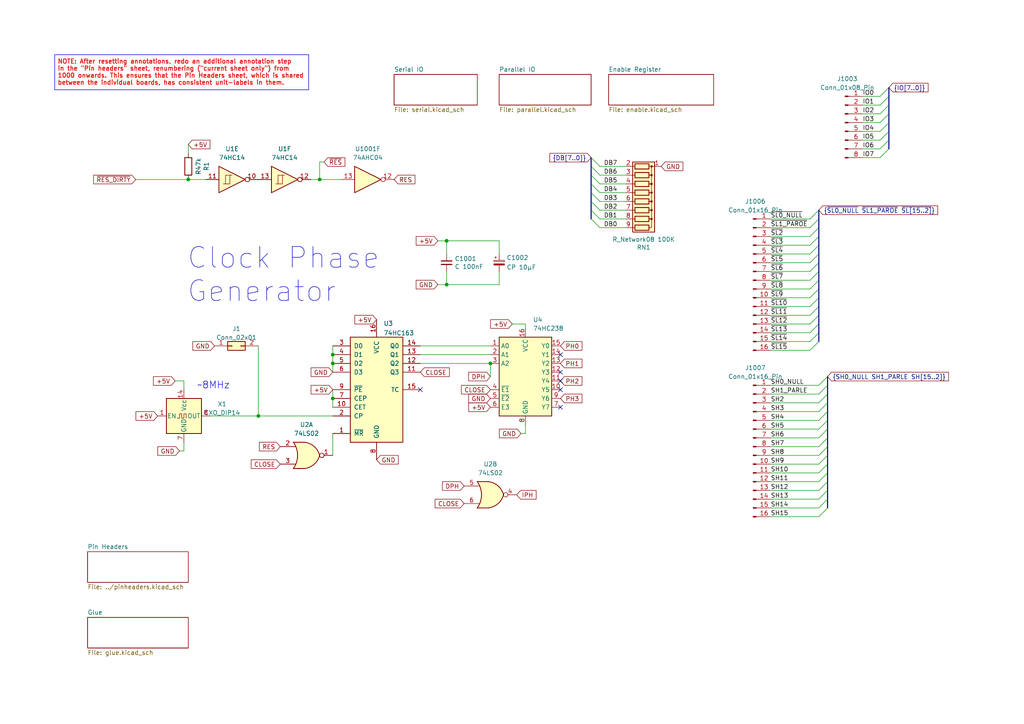
<source format=kicad_sch>
(kicad_sch (version 20231120) (generator "eeschema") (generator_version "8.0")
  (paper "A4")
  (title_block (title "Myth Microcontroller Project") (date "2024-09-21") (rev "1") (company "Picwok.com") (comment 1 "Project Contact: mim@ok-schalter.de (Michael)") (comment 2 "Author: Copyr. 2024 Michael Mangelsdorf/Dosflange@github") (comment 3 "Input-Output Module") (comment 4 "Main Sheet"))
  (lib_symbols
    (symbol "74xx:74AHC04"
      (property "Reference" "U" (at 0 1.27 0))
      (property "Value" "74AHC04" (at 0 -1.27 0))
      (symbol "74AHC04_1_0"
        (polyline (pts (xy -3.81 3.81) (xy -3.81 -3.81) (xy 3.81 0) (xy -3.81 3.81)) (stroke (width 0.254)) (fill (type background)))
        (pin input line (at -7.62 0 0) (length 3.81) (name "~") (number "1"))
        (pin output inverted (at 7.62 0 180) (length 3.81) (name "~") (number "2"))
      )
      (symbol "74AHC04_2_0"
        (polyline (pts (xy -3.81 3.81) (xy -3.81 -3.81) (xy 3.81 0) (xy -3.81 3.81)) (stroke (width 0.254)) (fill (type background)))
        (pin input line (at -7.62 0 0) (length 3.81) (name "~") (number "3"))
        (pin output inverted (at 7.62 0 180) (length 3.81) (name "~") (number "4"))
      )
      (symbol "74AHC04_3_0"
        (polyline (pts (xy -3.81 3.81) (xy -3.81 -3.81) (xy 3.81 0) (xy -3.81 3.81)) (stroke (width 0.254)) (fill (type background)))
        (pin input line (at -7.62 0 0) (length 3.81) (name "~") (number "5"))
        (pin output inverted (at 7.62 0 180) (length 3.81) (name "~") (number "6"))
      )
      (symbol "74AHC04_4_0"
        (polyline (pts (xy -3.81 3.81) (xy -3.81 -3.81) (xy 3.81 0) (xy -3.81 3.81)) (stroke (width 0.254)) (fill (type background)))
        (pin output inverted (at 7.62 0 180) (length 3.81) (name "~") (number "8"))
        (pin input line (at -7.62 0 0) (length 3.81) (name "~") (number "9"))
      )
      (symbol "74AHC04_5_0"
        (polyline (pts (xy -3.81 3.81) (xy -3.81 -3.81) (xy 3.81 0) (xy -3.81 3.81)) (stroke (width 0.254)) (fill (type background)))
        (pin output inverted (at 7.62 0 180) (length 3.81) (name "~") (number "10"))
        (pin input line (at -7.62 0 0) (length 3.81) (name "~") (number "11"))
      )
      (symbol "74AHC04_6_0"
        (polyline (pts (xy -3.81 3.81) (xy -3.81 -3.81) (xy 3.81 0) (xy -3.81 3.81)) (stroke (width 0.254)) (fill (type background)))
        (pin output inverted (at 7.62 0 180) (length 3.81) (name "~") (number "12"))
        (pin input line (at -7.62 0 0) (length 3.81) (name "~") (number "13"))
      )
      (symbol "74AHC04_7_0"
        (pin power_in line (at 0 12.7 270) (length 5.08) (name "VCC") (number "14"))
        (pin power_in line (at 0 -12.7 90) (length 5.08) (name "GND") (number "7"))
      )
      (symbol "74AHC04_7_1"
        (rectangle (start -5.08 7.62) (end 5.08 -7.62) (stroke (width 0.254)) (fill (type background)))
      )
    )
    (symbol "74xx:74HC14" (pin_names (offset 1.016))
      (property "Reference" "U" (at 0 1.27 0))
      (property "Value" "74HC14" (at 0 -1.27 0))
      (symbol "74HC14_1_0"
        (polyline (pts (xy -3.81 3.81) (xy -3.81 -3.81) (xy 3.81 0) (xy -3.81 3.81)) (stroke (width 0.254)) (fill (type background)))
        (pin input line (at -7.62 0 0) (length 3.81) (name "~") (number "1"))
        (pin output inverted (at 7.62 0 180) (length 3.81) (name "~") (number "2"))
      )
      (symbol "74HC14_1_1"
        (polyline (pts (xy -1.905 -1.27) (xy -1.905 1.27) (xy -0.635 1.27)))
        (polyline (pts (xy -2.54 -1.27) (xy -0.635 -1.27) (xy -0.635 1.27) (xy 0 1.27)))
      )
      (symbol "74HC14_2_0"
        (polyline (pts (xy -3.81 3.81) (xy -3.81 -3.81) (xy 3.81 0) (xy -3.81 3.81)) (stroke (width 0.254)) (fill (type background)))
        (pin input line (at -7.62 0 0) (length 3.81) (name "~") (number "3"))
        (pin output inverted (at 7.62 0 180) (length 3.81) (name "~") (number "4"))
      )
      (symbol "74HC14_2_1"
        (polyline (pts (xy -1.905 -1.27) (xy -1.905 1.27) (xy -0.635 1.27)))
        (polyline (pts (xy -2.54 -1.27) (xy -0.635 -1.27) (xy -0.635 1.27) (xy 0 1.27)))
      )
      (symbol "74HC14_3_0"
        (polyline (pts (xy -3.81 3.81) (xy -3.81 -3.81) (xy 3.81 0) (xy -3.81 3.81)) (stroke (width 0.254)) (fill (type background)))
        (pin input line (at -7.62 0 0) (length 3.81) (name "~") (number "5"))
        (pin output inverted (at 7.62 0 180) (length 3.81) (name "~") (number "6"))
      )
      (symbol "74HC14_3_1"
        (polyline (pts (xy -1.905 -1.27) (xy -1.905 1.27) (xy -0.635 1.27)))
        (polyline (pts (xy -2.54 -1.27) (xy -0.635 -1.27) (xy -0.635 1.27) (xy 0 1.27)))
      )
      (symbol "74HC14_4_0"
        (polyline (pts (xy -3.81 3.81) (xy -3.81 -3.81) (xy 3.81 0) (xy -3.81 3.81)) (stroke (width 0.254)) (fill (type background)))
        (pin output inverted (at 7.62 0 180) (length 3.81) (name "~") (number "8"))
        (pin input line (at -7.62 0 0) (length 3.81) (name "~") (number "9"))
      )
      (symbol "74HC14_4_1"
        (polyline (pts (xy -1.905 -1.27) (xy -1.905 1.27) (xy -0.635 1.27)))
        (polyline (pts (xy -2.54 -1.27) (xy -0.635 -1.27) (xy -0.635 1.27) (xy 0 1.27)))
      )
      (symbol "74HC14_5_0"
        (polyline (pts (xy -3.81 3.81) (xy -3.81 -3.81) (xy 3.81 0) (xy -3.81 3.81)) (stroke (width 0.254)) (fill (type background)))
        (pin output inverted (at 7.62 0 180) (length 3.81) (name "~") (number "10"))
        (pin input line (at -7.62 0 0) (length 3.81) (name "~") (number "11"))
      )
      (symbol "74HC14_5_1"
        (polyline (pts (xy -1.905 -1.27) (xy -1.905 1.27) (xy -0.635 1.27)))
        (polyline (pts (xy -2.54 -1.27) (xy -0.635 -1.27) (xy -0.635 1.27) (xy 0 1.27)))
      )
      (symbol "74HC14_6_0"
        (polyline (pts (xy -3.81 3.81) (xy -3.81 -3.81) (xy 3.81 0) (xy -3.81 3.81)) (stroke (width 0.254)) (fill (type background)))
        (pin output inverted (at 7.62 0 180) (length 3.81) (name "~") (number "12"))
        (pin input line (at -7.62 0 0) (length 3.81) (name "~") (number "13"))
      )
      (symbol "74HC14_6_1"
        (polyline (pts (xy -1.905 -1.27) (xy -1.905 1.27) (xy -0.635 1.27)))
        (polyline (pts (xy -2.54 -1.27) (xy -0.635 -1.27) (xy -0.635 1.27) (xy 0 1.27)))
      )
      (symbol "74HC14_7_0"
        (pin power_in line (at 0 12.7 270) (length 5.08) (name "VCC") (number "14"))
        (pin power_in line (at 0 -12.7 90) (length 5.08) (name "GND") (number "7"))
      )
      (symbol "74HC14_7_1"
        (rectangle (start -5.08 7.62) (end 5.08 -7.62) (stroke (width 0.254)) (fill (type background)))
      )
    )
    (symbol "74xx:74HC238"
      (property "Reference" "U" (at -7.62 13.97 0))
      (property "Value" "74HC238" (at 2.54 -11.43 0))
      (symbol "74HC238_0_1"
        (rectangle (start -7.62 12.7) (end 7.62 -10.16) (stroke (width 0.254)) (fill (type background)))
      )
      (symbol "74HC238_1_1"
        (pin input line (at -10.16 10.16 0) (length 2.54) (name "A0") (number "1"))
        (pin output line (at 10.16 -2.54 180) (length 2.54) (name "Y5") (number "10"))
        (pin output line (at 10.16 0 180) (length 2.54) (name "Y4") (number "11"))
        (pin output line (at 10.16 2.54 180) (length 2.54) (name "Y3") (number "12"))
        (pin output line (at 10.16 5.08 180) (length 2.54) (name "Y2") (number "13"))
        (pin output line (at 10.16 7.62 180) (length 2.54) (name "Y1") (number "14"))
        (pin output line (at 10.16 10.16 180) (length 2.54) (name "Y0") (number "15"))
        (pin power_in line (at 0 15.24 270) (length 2.54) (name "VCC") (number "16"))
        (pin input line (at -10.16 7.62 0) (length 2.54) (name "A1") (number "2"))
        (pin input line (at -10.16 5.08 0) (length 2.54) (name "A2") (number "3"))
        (pin input line (at -10.16 -2.54 0) (length 2.54) (name "~{E1}") (number "4"))
        (pin input line (at -10.16 -5.08 0) (length 2.54) (name "~{E2}") (number "5"))
        (pin input line (at -10.16 -7.62 0) (length 2.54) (name "E3") (number "6"))
        (pin output line (at 10.16 -7.62 180) (length 2.54) (name "Y7") (number "7"))
        (pin power_in line (at 0 -12.7 90) (length 2.54) (name "GND") (number "8"))
        (pin output line (at 10.16 -5.08 180) (length 2.54) (name "Y6") (number "9"))
      )
    )
    (symbol "74xx:74LS02" (pin_names (offset 1.016))
      (property "Reference" "U" (at 0 1.27 0))
      (property "Value" "74LS02" (at 0 -1.27 0))
      (symbol "74LS02_1_1"
        (arc (start -3.81 -3.81) (mid -2.589 0) (end -3.81 3.81) (stroke (width 0.254)))
        (arc (start -0.6096 -3.81) (mid 2.1855 -2.584) (end 3.81 0) (stroke (width 0.254)) (fill (type background)))
        (polyline (pts (xy -3.81 -3.81) (xy -0.635 -3.81)) (stroke (width 0.254)) (fill (type background)))
        (polyline (pts (xy -3.81 3.81) (xy -0.635 3.81)) (stroke (width 0.254)) (fill (type background)))
        (polyline (pts (xy -0.635 3.81) (xy -3.81 3.81) (xy -3.81 3.81) (xy -3.556 3.4036) (xy -3.0226 2.2606) (xy -2.6924 1.0414) (xy -2.6162 -0.254) (xy -2.7686 -1.4986) (xy -3.175 -2.7178) (xy -3.81 -3.81) (xy -3.81 -3.81) (xy -0.635 -3.81)) (stroke (width -25.4)) (fill (type background)))
        (arc (start 3.81 0) (mid 2.1928 2.5925) (end -0.6096 3.81) (stroke (width 0.254)) (fill (type background)))
        (pin output inverted (at 7.62 0 180) (length 3.81) (name "~") (number "1"))
        (pin input line (at -7.62 2.54 0) (length 4.318) (name "~") (number "2"))
        (pin input line (at -7.62 -2.54 0) (length 4.318) (name "~") (number "3"))
      )
      (symbol "74LS02_1_2"
        (arc (start 0 -3.81) (mid 3.7934 0) (end 0 3.81) (stroke (width 0.254)) (fill (type background)))
        (polyline (pts (xy 0 3.81) (xy -3.81 3.81) (xy -3.81 -3.81) (xy 0 -3.81)) (stroke (width 0.254)) (fill (type background)))
        (pin output line (at 7.62 0 180) (length 3.81) (name "~") (number "1"))
        (pin input inverted (at -7.62 2.54 0) (length 3.81) (name "~") (number "2"))
        (pin input inverted (at -7.62 -2.54 0) (length 3.81) (name "~") (number "3"))
      )
      (symbol "74LS02_2_1"
        (arc (start -3.81 -3.81) (mid -2.589 0) (end -3.81 3.81) (stroke (width 0.254)))
        (arc (start -0.6096 -3.81) (mid 2.1855 -2.584) (end 3.81 0) (stroke (width 0.254)) (fill (type background)))
        (polyline (pts (xy -3.81 -3.81) (xy -0.635 -3.81)) (stroke (width 0.254)) (fill (type background)))
        (polyline (pts (xy -3.81 3.81) (xy -0.635 3.81)) (stroke (width 0.254)) (fill (type background)))
        (polyline (pts (xy -0.635 3.81) (xy -3.81 3.81) (xy -3.81 3.81) (xy -3.556 3.4036) (xy -3.0226 2.2606) (xy -2.6924 1.0414) (xy -2.6162 -0.254) (xy -2.7686 -1.4986) (xy -3.175 -2.7178) (xy -3.81 -3.81) (xy -3.81 -3.81) (xy -0.635 -3.81)) (stroke (width -25.4)) (fill (type background)))
        (arc (start 3.81 0) (mid 2.1928 2.5925) (end -0.6096 3.81) (stroke (width 0.254)) (fill (type background)))
        (pin output inverted (at 7.62 0 180) (length 3.81) (name "~") (number "4"))
        (pin input line (at -7.62 2.54 0) (length 4.318) (name "~") (number "5"))
        (pin input line (at -7.62 -2.54 0) (length 4.318) (name "~") (number "6"))
      )
      (symbol "74LS02_2_2"
        (arc (start 0 -3.81) (mid 3.7934 0) (end 0 3.81) (stroke (width 0.254)) (fill (type background)))
        (polyline (pts (xy 0 3.81) (xy -3.81 3.81) (xy -3.81 -3.81) (xy 0 -3.81)) (stroke (width 0.254)) (fill (type background)))
        (pin output line (at 7.62 0 180) (length 3.81) (name "~") (number "4"))
        (pin input inverted (at -7.62 2.54 0) (length 3.81) (name "~") (number "5"))
        (pin input inverted (at -7.62 -2.54 0) (length 3.81) (name "~") (number "6"))
      )
      (symbol "74LS02_3_1"
        (arc (start -3.81 -3.81) (mid -2.589 0) (end -3.81 3.81) (stroke (width 0.254)))
        (arc (start -0.6096 -3.81) (mid 2.1855 -2.584) (end 3.81 0) (stroke (width 0.254)) (fill (type background)))
        (polyline (pts (xy -3.81 -3.81) (xy -0.635 -3.81)) (stroke (width 0.254)) (fill (type background)))
        (polyline (pts (xy -3.81 3.81) (xy -0.635 3.81)) (stroke (width 0.254)) (fill (type background)))
        (polyline (pts (xy -0.635 3.81) (xy -3.81 3.81) (xy -3.81 3.81) (xy -3.556 3.4036) (xy -3.0226 2.2606) (xy -2.6924 1.0414) (xy -2.6162 -0.254) (xy -2.7686 -1.4986) (xy -3.175 -2.7178) (xy -3.81 -3.81) (xy -3.81 -3.81) (xy -0.635 -3.81)) (stroke (width -25.4)) (fill (type background)))
        (arc (start 3.81 0) (mid 2.1928 2.5925) (end -0.6096 3.81) (stroke (width 0.254)) (fill (type background)))
        (pin output inverted (at 7.62 0 180) (length 3.81) (name "~") (number "10"))
        (pin input line (at -7.62 2.54 0) (length 4.318) (name "~") (number "8"))
        (pin input line (at -7.62 -2.54 0) (length 4.318) (name "~") (number "9"))
      )
      (symbol "74LS02_3_2"
        (arc (start 0 -3.81) (mid 3.7934 0) (end 0 3.81) (stroke (width 0.254)) (fill (type background)))
        (polyline (pts (xy 0 3.81) (xy -3.81 3.81) (xy -3.81 -3.81) (xy 0 -3.81)) (stroke (width 0.254)) (fill (type background)))
        (pin output line (at 7.62 0 180) (length 3.81) (name "~") (number "10"))
        (pin input inverted (at -7.62 2.54 0) (length 3.81) (name "~") (number "8"))
        (pin input inverted (at -7.62 -2.54 0) (length 3.81) (name "~") (number "9"))
      )
      (symbol "74LS02_4_1"
        (arc (start -3.81 -3.81) (mid -2.589 0) (end -3.81 3.81) (stroke (width 0.254)))
        (arc (start -0.6096 -3.81) (mid 2.1855 -2.584) (end 3.81 0) (stroke (width 0.254)) (fill (type background)))
        (polyline (pts (xy -3.81 -3.81) (xy -0.635 -3.81)) (stroke (width 0.254)) (fill (type background)))
        (polyline (pts (xy -3.81 3.81) (xy -0.635 3.81)) (stroke (width 0.254)) (fill (type background)))
        (polyline (pts (xy -0.635 3.81) (xy -3.81 3.81) (xy -3.81 3.81) (xy -3.556 3.4036) (xy -3.0226 2.2606) (xy -2.6924 1.0414) (xy -2.6162 -0.254) (xy -2.7686 -1.4986) (xy -3.175 -2.7178) (xy -3.81 -3.81) (xy -3.81 -3.81) (xy -0.635 -3.81)) (stroke (width -25.4)) (fill (type background)))
        (arc (start 3.81 0) (mid 2.1928 2.5925) (end -0.6096 3.81) (stroke (width 0.254)) (fill (type background)))
        (pin input line (at -7.62 2.54 0) (length 4.318) (name "~") (number "11"))
        (pin input line (at -7.62 -2.54 0) (length 4.318) (name "~") (number "12"))
        (pin output inverted (at 7.62 0 180) (length 3.81) (name "~") (number "13"))
      )
      (symbol "74LS02_4_2"
        (arc (start 0 -3.81) (mid 3.7934 0) (end 0 3.81) (stroke (width 0.254)) (fill (type background)))
        (polyline (pts (xy 0 3.81) (xy -3.81 3.81) (xy -3.81 -3.81) (xy 0 -3.81)) (stroke (width 0.254)) (fill (type background)))
        (pin input inverted (at -7.62 2.54 0) (length 3.81) (name "~") (number "11"))
        (pin input inverted (at -7.62 -2.54 0) (length 3.81) (name "~") (number "12"))
        (pin output line (at 7.62 0 180) (length 3.81) (name "~") (number "13"))
      )
      (symbol "74LS02_5_0"
        (pin power_in line (at 0 12.7 270) (length 5.08) (name "VCC") (number "14"))
        (pin power_in line (at 0 -12.7 90) (length 5.08) (name "GND") (number "7"))
      )
      (symbol "74LS02_5_1"
        (rectangle (start -5.08 7.62) (end 5.08 -7.62) (stroke (width 0.254)) (fill (type background)))
      )
    )
    (symbol "74xx:74LS163" (pin_names (offset 1.016))
      (property "Reference" "U" (at -7.62 16.51 0))
      (property "Value" "74LS163" (at -7.62 -16.51 0))
      (symbol "74LS163_1_0"
        (pin input line (at -12.7 -12.7 0) (length 5.08) (name "~{MR}") (number "1"))
        (pin input line (at -12.7 -5.08 0) (length 5.08) (name "CET") (number "10"))
        (pin output line (at 12.7 5.08 180) (length 5.08) (name "Q3") (number "11"))
        (pin output line (at 12.7 7.62 180) (length 5.08) (name "Q2") (number "12"))
        (pin output line (at 12.7 10.16 180) (length 5.08) (name "Q1") (number "13"))
        (pin output line (at 12.7 12.7 180) (length 5.08) (name "Q0") (number "14"))
        (pin output line (at 12.7 0 180) (length 5.08) (name "TC") (number "15"))
        (pin power_in line (at 0 20.32 270) (length 5.08) (name "VCC") (number "16"))
        (pin input line (at -12.7 -7.62 0) (length 5.08) (name "CP") (number "2"))
        (pin input line (at -12.7 12.7 0) (length 5.08) (name "D0") (number "3"))
        (pin input line (at -12.7 10.16 0) (length 5.08) (name "D1") (number "4"))
        (pin input line (at -12.7 7.62 0) (length 5.08) (name "D2") (number "5"))
        (pin input line (at -12.7 5.08 0) (length 5.08) (name "D3") (number "6"))
        (pin input line (at -12.7 -2.54 0) (length 5.08) (name "CEP") (number "7"))
        (pin power_in line (at 0 -20.32 90) (length 5.08) (name "GND") (number "8"))
        (pin input line (at -12.7 0 0) (length 5.08) (name "~{PE}") (number "9"))
      )
      (symbol "74LS163_1_1"
        (rectangle (start -7.62 15.24) (end 7.62 -15.24) (stroke (width 0.254)) (fill (type background)))
      )
    )
    (symbol "Connector:Conn_01x08_Pin" (pin_names (offset 1.016) hide)
      (property "Reference" "J" (at 0 10.16 0))
      (property "Value" "Conn_01x08_Pin" (at 0 -12.7 0))
      (symbol "Conn_01x08_Pin_1_1"
        (polyline (pts (xy 1.27 -10.16) (xy 0.8636 -10.16)) (stroke (width 0.1524)))
        (polyline (pts (xy 1.27 -7.62) (xy 0.8636 -7.62)) (stroke (width 0.1524)))
        (polyline (pts (xy 1.27 -5.08) (xy 0.8636 -5.08)) (stroke (width 0.1524)))
        (polyline (pts (xy 1.27 -2.54) (xy 0.8636 -2.54)) (stroke (width 0.1524)))
        (polyline (pts (xy 1.27 0) (xy 0.8636 0)) (stroke (width 0.1524)))
        (polyline (pts (xy 1.27 2.54) (xy 0.8636 2.54)) (stroke (width 0.1524)))
        (polyline (pts (xy 1.27 5.08) (xy 0.8636 5.08)) (stroke (width 0.1524)))
        (polyline (pts (xy 1.27 7.62) (xy 0.8636 7.62)) (stroke (width 0.1524)))
        (rectangle (start 0.8636 -10.033) (end 0 -10.287) (stroke (width 0.1524)) (fill (type outline)))
        (rectangle (start 0.8636 -7.493) (end 0 -7.747) (stroke (width 0.1524)) (fill (type outline)))
        (rectangle (start 0.8636 -4.953) (end 0 -5.207) (stroke (width 0.1524)) (fill (type outline)))
        (rectangle (start 0.8636 -2.413) (end 0 -2.667) (stroke (width 0.1524)) (fill (type outline)))
        (rectangle (start 0.8636 0.127) (end 0 -0.127) (stroke (width 0.1524)) (fill (type outline)))
        (rectangle (start 0.8636 2.667) (end 0 2.413) (stroke (width 0.1524)) (fill (type outline)))
        (rectangle (start 0.8636 5.207) (end 0 4.953) (stroke (width 0.1524)) (fill (type outline)))
        (rectangle (start 0.8636 7.747) (end 0 7.493) (stroke (width 0.1524)) (fill (type outline)))
        (pin passive line (at 5.08 7.62 180) (length 3.81) (name "Pin_1") (number "1"))
        (pin passive line (at 5.08 5.08 180) (length 3.81) (name "Pin_2") (number "2"))
        (pin passive line (at 5.08 2.54 180) (length 3.81) (name "Pin_3") (number "3"))
        (pin passive line (at 5.08 0 180) (length 3.81) (name "Pin_4") (number "4"))
        (pin passive line (at 5.08 -2.54 180) (length 3.81) (name "Pin_5") (number "5"))
        (pin passive line (at 5.08 -5.08 180) (length 3.81) (name "Pin_6") (number "6"))
        (pin passive line (at 5.08 -7.62 180) (length 3.81) (name "Pin_7") (number "7"))
        (pin passive line (at 5.08 -10.16 180) (length 3.81) (name "Pin_8") (number "8"))
      )
    )
    (symbol "Connector:Conn_01x16_Pin" (pin_names (offset 1.016) hide)
      (property "Reference" "J" (at 0 20.32 0))
      (property "Value" "Conn_01x16_Pin" (at 0 -22.86 0))
      (symbol "Conn_01x16_Pin_1_1"
        (polyline (pts (xy 1.27 -20.32) (xy 0.8636 -20.32)) (stroke (width 0.1524)))
        (polyline (pts (xy 1.27 -17.78) (xy 0.8636 -17.78)) (stroke (width 0.1524)))
        (polyline (pts (xy 1.27 -15.24) (xy 0.8636 -15.24)) (stroke (width 0.1524)))
        (polyline (pts (xy 1.27 -12.7) (xy 0.8636 -12.7)) (stroke (width 0.1524)))
        (polyline (pts (xy 1.27 -10.16) (xy 0.8636 -10.16)) (stroke (width 0.1524)))
        (polyline (pts (xy 1.27 -7.62) (xy 0.8636 -7.62)) (stroke (width 0.1524)))
        (polyline (pts (xy 1.27 -5.08) (xy 0.8636 -5.08)) (stroke (width 0.1524)))
        (polyline (pts (xy 1.27 -2.54) (xy 0.8636 -2.54)) (stroke (width 0.1524)))
        (polyline (pts (xy 1.27 0) (xy 0.8636 0)) (stroke (width 0.1524)))
        (polyline (pts (xy 1.27 2.54) (xy 0.8636 2.54)) (stroke (width 0.1524)))
        (polyline (pts (xy 1.27 5.08) (xy 0.8636 5.08)) (stroke (width 0.1524)))
        (polyline (pts (xy 1.27 7.62) (xy 0.8636 7.62)) (stroke (width 0.1524)))
        (polyline (pts (xy 1.27 10.16) (xy 0.8636 10.16)) (stroke (width 0.1524)))
        (polyline (pts (xy 1.27 12.7) (xy 0.8636 12.7)) (stroke (width 0.1524)))
        (polyline (pts (xy 1.27 15.24) (xy 0.8636 15.24)) (stroke (width 0.1524)))
        (polyline (pts (xy 1.27 17.78) (xy 0.8636 17.78)) (stroke (width 0.1524)))
        (rectangle (start 0.8636 -20.193) (end 0 -20.447) (stroke (width 0.1524)) (fill (type outline)))
        (rectangle (start 0.8636 -17.653) (end 0 -17.907) (stroke (width 0.1524)) (fill (type outline)))
        (rectangle (start 0.8636 -15.113) (end 0 -15.367) (stroke (width 0.1524)) (fill (type outline)))
        (rectangle (start 0.8636 -12.573) (end 0 -12.827) (stroke (width 0.1524)) (fill (type outline)))
        (rectangle (start 0.8636 -10.033) (end 0 -10.287) (stroke (width 0.1524)) (fill (type outline)))
        (rectangle (start 0.8636 -7.493) (end 0 -7.747) (stroke (width 0.1524)) (fill (type outline)))
        (rectangle (start 0.8636 -4.953) (end 0 -5.207) (stroke (width 0.1524)) (fill (type outline)))
        (rectangle (start 0.8636 -2.413) (end 0 -2.667) (stroke (width 0.1524)) (fill (type outline)))
        (rectangle (start 0.8636 0.127) (end 0 -0.127) (stroke (width 0.1524)) (fill (type outline)))
        (rectangle (start 0.8636 2.667) (end 0 2.413) (stroke (width 0.1524)) (fill (type outline)))
        (rectangle (start 0.8636 5.207) (end 0 4.953) (stroke (width 0.1524)) (fill (type outline)))
        (rectangle (start 0.8636 7.747) (end 0 7.493) (stroke (width 0.1524)) (fill (type outline)))
        (rectangle (start 0.8636 10.287) (end 0 10.033) (stroke (width 0.1524)) (fill (type outline)))
        (rectangle (start 0.8636 12.827) (end 0 12.573) (stroke (width 0.1524)) (fill (type outline)))
        (rectangle (start 0.8636 15.367) (end 0 15.113) (stroke (width 0.1524)) (fill (type outline)))
        (rectangle (start 0.8636 17.907) (end 0 17.653) (stroke (width 0.1524)) (fill (type outline)))
        (pin passive line (at 5.08 17.78 180) (length 3.81) (name "Pin_1") (number "1"))
        (pin passive line (at 5.08 -5.08 180) (length 3.81) (name "Pin_10") (number "10"))
        (pin passive line (at 5.08 -7.62 180) (length 3.81) (name "Pin_11") (number "11"))
        (pin passive line (at 5.08 -10.16 180) (length 3.81) (name "Pin_12") (number "12"))
        (pin passive line (at 5.08 -12.7 180) (length 3.81) (name "Pin_13") (number "13"))
        (pin passive line (at 5.08 -15.24 180) (length 3.81) (name "Pin_14") (number "14"))
        (pin passive line (at 5.08 -17.78 180) (length 3.81) (name "Pin_15") (number "15"))
        (pin passive line (at 5.08 -20.32 180) (length 3.81) (name "Pin_16") (number "16"))
        (pin passive line (at 5.08 15.24 180) (length 3.81) (name "Pin_2") (number "2"))
        (pin passive line (at 5.08 12.7 180) (length 3.81) (name "Pin_3") (number "3"))
        (pin passive line (at 5.08 10.16 180) (length 3.81) (name "Pin_4") (number "4"))
        (pin passive line (at 5.08 7.62 180) (length 3.81) (name "Pin_5") (number "5"))
        (pin passive line (at 5.08 5.08 180) (length 3.81) (name "Pin_6") (number "6"))
        (pin passive line (at 5.08 2.54 180) (length 3.81) (name "Pin_7") (number "7"))
        (pin passive line (at 5.08 0 180) (length 3.81) (name "Pin_8") (number "8"))
        (pin passive line (at 5.08 -2.54 180) (length 3.81) (name "Pin_9") (number "9"))
      )
    )
    (symbol "Connector_Generic:Conn_02x01" (pin_names (offset 1.016) hide)
      (property "Reference" "J" (at 1.27 2.54 0))
      (property "Value" "Conn_02x01" (at 1.27 -2.54 0))
      (symbol "Conn_02x01_1_1"
        (rectangle (start -1.27 0.127) (end 0 -0.127) (stroke (width 0.1524)))
        (rectangle (start -1.27 1.27) (end 3.81 -1.27) (stroke (width 0.254)) (fill (type background)))
        (rectangle (start 3.81 0.127) (end 2.54 -0.127) (stroke (width 0.1524)))
        (pin passive line (at -5.08 0 0) (length 3.81) (name "Pin_1") (number "1"))
        (pin passive line (at 7.62 0 180) (length 3.81) (name "Pin_2") (number "2"))
      )
    )
    (symbol "Device:C_Polarized_Small" (pin_numbers hide) (pin_names (offset 0.254) hide)
      (property "Reference" "C" (at 0.254 1.778 0))
      (property "Value" "C_Polarized_Small" (at 0.254 -2.032 0))
      (symbol "C_Polarized_Small_0_1"
        (rectangle (start -1.524 -0.3048) (end 1.524 -0.6858) (fill (type outline)))
        (rectangle (start -1.524 0.6858) (end 1.524 0.3048))
        (polyline (pts (xy -1.27 1.524) (xy -0.762 1.524)))
        (polyline (pts (xy -1.016 1.27) (xy -1.016 1.778)))
      )
      (symbol "C_Polarized_Small_1_1"
        (pin passive line (at 0 2.54 270) (length 1.8542) (name "~") (number "1"))
        (pin passive line (at 0 -2.54 90) (length 1.8542) (name "~") (number "2"))
      )
    )
    (symbol "Device:C_Small" (pin_numbers hide) (pin_names (offset 0.254) hide)
      (property "Reference" "C" (at 0.254 1.778 0))
      (property "Value" "C_Small" (at 0.254 -2.032 0))
      (symbol "C_Small_0_1"
        (polyline (pts (xy -1.524 -0.508) (xy 1.524 -0.508)) (stroke (width 0.3302)))
        (polyline (pts (xy -1.524 0.508) (xy 1.524 0.508)) (stroke (width 0.3048)))
      )
      (symbol "C_Small_1_1"
        (pin passive line (at 0 2.54 270) (length 2.032) (name "~") (number "1"))
        (pin passive line (at 0 -2.54 90) (length 2.032) (name "~") (number "2"))
      )
    )
    (symbol "Device:R" (pin_numbers hide) (pin_names (offset 0))
      (property "Reference" "R" (at 2.032 0 90))
      (property "Value" "R" (at 0 0 90))
      (symbol "R_0_1"
        (rectangle (start -1.016 -2.54) (end 1.016 2.54) (stroke (width 0.254)))
      )
      (symbol "R_1_1"
        (pin passive line (at 0 3.81 270) (length 1.27) (name "~") (number "1"))
        (pin passive line (at 0 -3.81 90) (length 1.27) (name "~") (number "2"))
      )
    )
    (symbol "Device:R_Network08" (pin_names (offset 0) hide)
      (property "Reference" "RN" (at -12.7 0 90))
      (property "Value" "R_Network08" (at 10.16 0 90))
      (symbol "R_Network08_0_1"
        (rectangle (start -11.43 -3.175) (end 8.89 3.175) (stroke (width 0.254)) (fill (type background)))
        (rectangle (start -10.922 1.524) (end -9.398 -2.54) (stroke (width 0.254)))
        (circle (center -10.16 2.286) (radius 0.254) (fill (type outline)))
        (rectangle (start -8.382 1.524) (end -6.858 -2.54) (stroke (width 0.254)))
        (circle (center -7.62 2.286) (radius 0.254) (fill (type outline)))
        (rectangle (start -5.842 1.524) (end -4.318 -2.54) (stroke (width 0.254)))
        (circle (center -5.08 2.286) (radius 0.254) (fill (type outline)))
        (rectangle (start -3.302 1.524) (end -1.778 -2.54) (stroke (width 0.254)))
        (circle (center -2.54 2.286) (radius 0.254) (fill (type outline)))
        (rectangle (start -0.762 1.524) (end 0.762 -2.54) (stroke (width 0.254)))
        (polyline (pts (xy -10.16 -2.54) (xy -10.16 -3.81)))
        (polyline (pts (xy -7.62 -2.54) (xy -7.62 -3.81)))
        (polyline (pts (xy -5.08 -2.54) (xy -5.08 -3.81)))
        (polyline (pts (xy -2.54 -2.54) (xy -2.54 -3.81)))
        (polyline (pts (xy 0 -2.54) (xy 0 -3.81)))
        (polyline (pts (xy 2.54 -2.54) (xy 2.54 -3.81)))
        (polyline (pts (xy 5.08 -2.54) (xy 5.08 -3.81)))
        (polyline (pts (xy 7.62 -2.54) (xy 7.62 -3.81)))
        (polyline (pts (xy -10.16 1.524) (xy -10.16 2.286) (xy -7.62 2.286) (xy -7.62 1.524)))
        (polyline (pts (xy -7.62 1.524) (xy -7.62 2.286) (xy -5.08 2.286) (xy -5.08 1.524)))
        (polyline (pts (xy -5.08 1.524) (xy -5.08 2.286) (xy -2.54 2.286) (xy -2.54 1.524)))
        (polyline (pts (xy -2.54 1.524) (xy -2.54 2.286) (xy 0 2.286) (xy 0 1.524)))
        (polyline (pts (xy 0 1.524) (xy 0 2.286) (xy 2.54 2.286) (xy 2.54 1.524)))
        (polyline (pts (xy 2.54 1.524) (xy 2.54 2.286) (xy 5.08 2.286) (xy 5.08 1.524)))
        (polyline (pts (xy 5.08 1.524) (xy 5.08 2.286) (xy 7.62 2.286) (xy 7.62 1.524)))
        (circle (center 0 2.286) (radius 0.254) (fill (type outline)))
        (rectangle (start 1.778 1.524) (end 3.302 -2.54) (stroke (width 0.254)))
        (circle (center 2.54 2.286) (radius 0.254) (fill (type outline)))
        (rectangle (start 4.318 1.524) (end 5.842 -2.54) (stroke (width 0.254)))
        (circle (center 5.08 2.286) (radius 0.254) (fill (type outline)))
        (rectangle (start 6.858 1.524) (end 8.382 -2.54) (stroke (width 0.254)))
      )
      (symbol "R_Network08_1_1"
        (pin passive line (at -10.16 5.08 270) (length 2.54) (name "common") (number "1"))
        (pin passive line (at -10.16 -5.08 90) (length 1.27) (name "R1") (number "2"))
        (pin passive line (at -7.62 -5.08 90) (length 1.27) (name "R2") (number "3"))
        (pin passive line (at -5.08 -5.08 90) (length 1.27) (name "R3") (number "4"))
        (pin passive line (at -2.54 -5.08 90) (length 1.27) (name "R4") (number "5"))
        (pin passive line (at 0 -5.08 90) (length 1.27) (name "R5") (number "6"))
        (pin passive line (at 2.54 -5.08 90) (length 1.27) (name "R6") (number "7"))
        (pin passive line (at 5.08 -5.08 90) (length 1.27) (name "R7") (number "8"))
        (pin passive line (at 7.62 -5.08 90) (length 1.27) (name "R8") (number "9"))
      )
    )
    (symbol "Oscillator:CXO_DIP14" (pin_names (offset 0.254))
      (property "Reference" "X" (at -5.08 6.35 0))
      (property "Value" "CXO_DIP14" (at 1.27 -6.35 0))
      (symbol "CXO_DIP14_0_1"
        (rectangle (start -5.08 5.08) (end 5.08 -5.08) (stroke (width 0.254)) (fill (type background)))
        (polyline (pts (xy -1.905 -0.635) (xy -1.27 -0.635) (xy -1.27 0.635) (xy -0.635 0.635) (xy -0.635 -0.635) (xy 0 -0.635) (xy 0 0.635) (xy 0.635 0.635) (xy 0.635 -0.635)))
      )
      (symbol "CXO_DIP14_1_1"
        (pin input line (at -7.62 0 0) (length 2.54) (name "EN") (number "1"))
        (pin power_in line (at 0 7.62 270) (length 2.54) (name "Vcc") (number "14"))
        (pin power_in line (at 0 -7.62 90) (length 2.54) (name "GND") (number "7"))
        (pin output line (at 7.62 0 180) (length 2.54) (name "OUT") (number "8"))
      )
    )
  )
  (junction (at 96.52 102.87))
  (junction (at 74.93 120.65))
  (junction (at 96.52 105.41))
  (junction (at 96.52 115.57))
  (junction (at 142.24 105.41))
  (junction (at 92.71 52.07))
  (junction (at 129.54 69.85))
  (junction (at 129.54 82.55))
  (junction (at 54.61 52.07))
  (no_connect (at 121.92 113.03))
  (no_connect (at 162.56 107.95))
  (no_connect (at 162.56 102.87))
  (no_connect (at 162.56 118.11))
  (no_connect (at 162.56 110.49))
  (no_connect (at 162.56 113.03))
  (bus_entry (at 237.49 121.92) (size 2.54 -2.54))
  (bus_entry (at 255.27 45.72) (size 2.54 -2.54))
  (bus_entry (at 237.49 116.84) (size 2.54 -2.54))
  (bus_entry (at 234.95 86.36) (size 2.54 -2.54))
  (bus_entry (at 255.27 33.02) (size 2.54 -2.54))
  (bus_entry (at 234.95 96.52) (size 2.54 -2.54))
  (bus_entry (at 237.49 132.08) (size 2.54 -2.54))
  (bus_entry (at 237.49 134.62) (size 2.54 -2.54))
  (bus_entry (at 173.99 58.42) (size -2.54 -2.54))
  (bus_entry (at 234.95 78.74) (size 2.54 -2.54))
  (bus_entry (at 234.95 99.06) (size 2.54 -2.54))
  (bus_entry (at 234.95 88.9) (size 2.54 -2.54))
  (bus_entry (at 237.49 137.16) (size 2.54 -2.54))
  (bus_entry (at 237.49 111.76) (size 2.54 -2.54))
  (bus_entry (at 234.95 91.44) (size 2.54 -2.54))
  (bus_entry (at 173.99 60.96) (size -2.54 -2.54))
  (bus_entry (at 237.49 127) (size 2.54 -2.54))
  (bus_entry (at 234.95 63.5) (size 2.54 -2.54))
  (bus_entry (at 237.49 119.38) (size 2.54 -2.54))
  (bus_entry (at 255.27 40.64) (size 2.54 -2.54))
  (bus_entry (at 255.27 43.18) (size 2.54 -2.54))
  (bus_entry (at 237.49 144.78) (size 2.54 -2.54))
  (bus_entry (at 237.49 114.3) (size 2.54 -2.54))
  (bus_entry (at 173.99 63.5) (size -2.54 -2.54))
  (bus_entry (at 234.95 73.66) (size 2.54 -2.54))
  (bus_entry (at 237.49 147.32) (size 2.54 -2.54))
  (bus_entry (at 237.49 142.24) (size 2.54 -2.54))
  (bus_entry (at 173.99 55.88) (size -2.54 -2.54))
  (bus_entry (at 234.95 93.98) (size 2.54 -2.54))
  (bus_entry (at 237.49 139.7) (size 2.54 -2.54))
  (bus_entry (at 173.99 53.34) (size -2.54 -2.54))
  (bus_entry (at 255.27 30.48) (size 2.54 -2.54))
  (bus_entry (at 173.99 66.04) (size -2.54 -2.54))
  (bus_entry (at 234.95 71.12) (size 2.54 -2.54))
  (bus_entry (at 237.49 149.86) (size 2.54 -2.54))
  (bus_entry (at 234.95 101.6) (size 2.54 -2.54))
  (bus_entry (at 237.49 124.46) (size 2.54 -2.54))
  (bus_entry (at 255.27 27.94) (size 2.54 -2.54))
  (bus_entry (at 173.99 48.26) (size -2.54 -2.54))
  (bus_entry (at 255.27 38.1) (size 2.54 -2.54))
  (bus_entry (at 234.95 66.04) (size 2.54 -2.54))
  (bus_entry (at 234.95 83.82) (size 2.54 -2.54))
  (bus_entry (at 234.95 81.28) (size 2.54 -2.54))
  (bus_entry (at 173.99 50.8) (size -2.54 -2.54))
  (bus_entry (at 237.49 129.54) (size 2.54 -2.54))
  (bus_entry (at 234.95 76.2) (size 2.54 -2.54))
  (bus_entry (at 234.95 68.58) (size 2.54 -2.54))
  (bus_entry (at 255.27 35.56) (size 2.54 -2.54))
  (bus (pts (xy 240.03 124.46) (xy 240.03 127)))
  (bus (pts (xy 240.03 142.24) (xy 240.03 144.78)))
  (bus (pts (xy 240.03 121.92) (xy 240.03 124.46)))
  (wire (pts (xy 223.52 86.36) (xy 234.95 86.36)))
  (wire (pts (xy 96.52 105.41) (xy 96.52 107.95)))
  (wire (pts (xy 223.52 139.7) (xy 237.49 139.7)))
  (wire (pts (xy 127 82.55) (xy 129.54 82.55)))
  (wire (pts (xy 223.52 114.3) (xy 237.49 114.3)))
  (bus (pts (xy 240.03 119.38) (xy 240.03 121.92)))
  (wire (pts (xy 223.52 137.16) (xy 237.49 137.16)))
  (polyline (pts (xy 82.55 15.875) (xy 88.9 15.875)))
  (polyline (pts (xy 15.875 15.875) (xy 15.875 26.035)))
  (wire (pts (xy 74.93 120.65) (xy 96.52 120.65)))
  (wire (pts (xy 223.52 134.62) (xy 237.49 134.62)))
  (wire (pts (xy 129.54 82.55) (xy 144.78 82.55)))
  (wire (pts (xy 223.52 96.52) (xy 234.95 96.52)))
  (wire (pts (xy 173.99 60.96) (xy 181.61 60.96)))
  (wire (pts (xy 121.92 102.87) (xy 142.24 102.87)))
  (wire (pts (xy 173.99 63.5) (xy 181.61 63.5)))
  (bus (pts (xy 240.03 129.54) (xy 240.03 132.08)))
  (polyline (pts (xy 82.55 26.035) (xy 89.535 26.035)))
  (wire (pts (xy 223.52 149.86) (xy 237.49 149.86)))
  (wire (pts (xy 53.34 110.49) (xy 53.34 113.03)))
  (wire (pts (xy 223.52 124.46) (xy 237.49 124.46)))
  (wire (pts (xy 173.99 50.8) (xy 181.61 50.8)))
  (wire (pts (xy 173.99 55.88) (xy 181.61 55.88)))
  (wire (pts (xy 173.99 53.34) (xy 181.61 53.34)))
  (wire (pts (xy 52.07 130.81) (xy 53.34 130.81)))
  (bus (pts (xy 237.49 68.58) (xy 237.49 71.12)))
  (bus (pts (xy 237.49 83.82) (xy 237.49 86.36)))
  (wire (pts (xy 223.52 78.74) (xy 234.95 78.74)))
  (bus (pts (xy 171.45 58.42) (xy 171.45 55.88)))
  (wire (pts (xy 127 69.85) (xy 129.54 69.85)))
  (polyline (pts (xy 88.9 15.875) (xy 89.535 15.875)))
  (bus (pts (xy 237.49 78.74) (xy 237.49 81.28)))
  (bus (pts (xy 171.45 48.26) (xy 171.45 45.72)))
  (wire (pts (xy 90.17 52.07) (xy 92.71 52.07)))
  (bus (pts (xy 171.45 60.96) (xy 171.45 58.42)))
  (wire (pts (xy 148.59 93.98) (xy 152.4 93.98)))
  (wire (pts (xy 223.52 99.06) (xy 234.95 99.06)))
  (bus (pts (xy 237.49 60.96) (xy 237.49 63.5)))
  (wire (pts (xy 250.19 30.48) (xy 255.27 30.48)))
  (bus (pts (xy 240.03 137.16) (xy 240.03 139.7)))
  (wire (pts (xy 223.52 91.44) (xy 234.95 91.44)))
  (bus (pts (xy 240.03 127) (xy 240.03 129.54)))
  (wire (pts (xy 223.52 116.84) (xy 237.49 116.84)))
  (wire (pts (xy 152.4 93.98) (xy 152.4 95.25)))
  (bus (pts (xy 237.49 93.98) (xy 237.49 96.52)))
  (bus (pts (xy 237.49 86.36) (xy 237.49 88.9)))
  (wire (pts (xy 250.19 38.1) (xy 255.27 38.1)))
  (wire (pts (xy 121.92 100.33) (xy 142.24 100.33)))
  (bus (pts (xy 240.03 144.78) (xy 240.03 147.32)))
  (wire (pts (xy 250.19 43.18) (xy 255.27 43.18)))
  (wire (pts (xy 50.8 110.49) (xy 53.34 110.49)))
  (bus (pts (xy 237.49 66.04) (xy 237.49 68.58)))
  (bus (pts (xy 257.81 35.56) (xy 257.81 33.02)))
  (wire (pts (xy 53.34 128.27) (xy 53.34 130.81)))
  (wire (pts (xy 129.54 69.85) (xy 144.78 69.85)))
  (bus (pts (xy 171.45 50.8) (xy 171.45 48.26)))
  (bus (pts (xy 257.81 43.18) (xy 257.81 40.64)))
  (bus (pts (xy 237.49 96.52) (xy 237.49 99.06)))
  (wire (pts (xy 60.96 120.65) (xy 74.93 120.65)))
  (wire (pts (xy 54.61 41.91) (xy 54.61 44.45)))
  (wire (pts (xy 96.52 115.57) (xy 96.52 118.11)))
  (bus (pts (xy 257.81 35.56) (xy 257.81 38.1)))
  (wire (pts (xy 250.19 40.64) (xy 255.27 40.64)))
  (wire (pts (xy 223.52 119.38) (xy 237.49 119.38)))
  (bus (pts (xy 171.45 55.88) (xy 171.45 53.34)))
  (bus (pts (xy 240.03 111.76) (xy 240.03 114.3)))
  (wire (pts (xy 223.52 147.32) (xy 237.49 147.32)))
  (polyline (pts (xy 15.875 26.035) (xy 82.55 26.035)))
  (wire (pts (xy 223.52 63.5) (xy 234.95 63.5)))
  (wire (pts (xy 250.19 27.94) (xy 255.27 27.94)))
  (wire (pts (xy 223.52 101.6) (xy 234.95 101.6)))
  (bus (pts (xy 257.81 40.64) (xy 257.81 38.1)))
  (wire (pts (xy 173.99 66.04) (xy 181.61 66.04)))
  (wire (pts (xy 144.78 78.74) (xy 144.78 82.55)))
  (wire (pts (xy 152.4 123.19) (xy 152.4 125.73)))
  (wire (pts (xy 96.52 102.87) (xy 96.52 105.41)))
  (bus (pts (xy 240.03 139.7) (xy 240.03 142.24)))
  (wire (pts (xy 223.52 111.76) (xy 237.49 111.76)))
  (wire (pts (xy 223.52 121.92) (xy 237.49 121.92)))
  (wire (pts (xy 96.52 100.33) (xy 96.52 102.87)))
  (wire (pts (xy 223.52 142.24) (xy 237.49 142.24)))
  (wire (pts (xy 92.71 46.99) (xy 93.98 46.99)))
  (bus (pts (xy 257.81 33.02) (xy 257.81 30.48)))
  (bus (pts (xy 237.49 71.12) (xy 237.49 73.66)))
  (bus (pts (xy 240.03 109.22) (xy 240.03 111.76)))
  (bus (pts (xy 240.03 116.84) (xy 240.03 119.38)))
  (bus (pts (xy 240.03 114.3) (xy 240.03 116.84)))
  (wire (pts (xy 223.52 81.28) (xy 234.95 81.28)))
  (bus (pts (xy 237.49 73.66) (xy 237.49 76.2)))
  (bus (pts (xy 257.81 30.48) (xy 257.81 27.94)))
  (bus (pts (xy 237.49 63.5) (xy 237.49 66.04)))
  (wire (pts (xy 92.71 52.07) (xy 99.06 52.07)))
  (wire (pts (xy 39.37 52.07) (xy 54.61 52.07)))
  (wire (pts (xy 54.61 52.07) (xy 59.69 52.07)))
  (wire (pts (xy 121.92 105.41) (xy 142.24 105.41)))
  (wire (pts (xy 223.52 73.66) (xy 234.95 73.66)))
  (wire (pts (xy 96.52 113.03) (xy 96.52 115.57)))
  (bus (pts (xy 257.81 27.94) (xy 257.81 25.4)))
  (bus (pts (xy 240.03 134.62) (xy 240.03 137.16)))
  (bus (pts (xy 171.45 63.5) (xy 171.45 60.96)))
  (bus (pts (xy 237.49 88.9) (xy 237.49 91.44)))
  (bus (pts (xy 171.45 53.34) (xy 171.45 50.8)))
  (wire (pts (xy 74.93 100.33) (xy 74.93 120.65)))
  (wire (pts (xy 173.99 58.42) (xy 181.61 58.42)))
  (wire (pts (xy 223.52 88.9) (xy 234.95 88.9)))
  (polyline (pts (xy 15.875 15.875) (xy 82.55 15.875)))
  (wire (pts (xy 223.52 66.04) (xy 234.95 66.04)))
  (wire (pts (xy 223.52 129.54) (xy 237.49 129.54)))
  (wire (pts (xy 223.52 127) (xy 237.49 127)))
  (wire (pts (xy 250.19 45.72) (xy 255.27 45.72)))
  (wire (pts (xy 173.99 48.26) (xy 181.61 48.26)))
  (wire (pts (xy 223.52 83.82) (xy 234.95 83.82)))
  (wire (pts (xy 223.52 68.58) (xy 234.95 68.58)))
  (wire (pts (xy 92.71 46.99) (xy 92.71 52.07)))
  (wire (pts (xy 223.52 132.08) (xy 237.49 132.08)))
  (bus (pts (xy 237.49 91.44) (xy 237.49 93.98)))
  (wire (pts (xy 223.52 93.98) (xy 234.95 93.98)))
  (wire (pts (xy 250.19 35.56) (xy 255.27 35.56)))
  (wire (pts (xy 223.52 71.12) (xy 234.95 71.12)))
  (wire (pts (xy 223.52 76.2) (xy 234.95 76.2)))
  (wire (pts (xy 96.52 125.73) (xy 96.52 132.08)))
  (wire (pts (xy 129.54 73.66) (xy 129.54 69.85)))
  (bus (pts (xy 237.49 76.2) (xy 237.49 78.74)))
  (wire (pts (xy 250.19 33.02) (xy 255.27 33.02)))
  (wire (pts (xy 144.78 73.66) (xy 144.78 69.85)))
  (wire (pts (xy 151.13 125.73) (xy 152.4 125.73)))
  (bus (pts (xy 237.49 81.28) (xy 237.49 83.82)))
  (wire (pts (xy 223.52 144.78) (xy 237.49 144.78)))
  (wire (pts (xy 129.54 78.74) (xy 129.54 82.55)))
  (polyline (pts (xy 89.535 15.875) (xy 89.535 26.035)))
  (wire (pts (xy 142.24 105.41) (xy 142.24 109.22)))
  (bus (pts (xy 240.03 132.08) (xy 240.03 134.62)))
  (text "NOTE: After resetting annotations, redo an additional annotation step\nin the \"Pin headers\" sheet, renumbering (\"current sheet only\") from\n1000 onwards. This ensures that the Pin Headers sheet, which is shared\nbetween the individual boards, has consistent unit-labels in them." (at 16.637 24.892 0) (effects (font (size 1.27 1.27) (thickness 0.254) (bold yes)) (justify left bottom)))
  (text "~8MHz" (at 57.15 113.03 0) (effects (font (size 2.0066 2.0066)) (justify left bottom)))
  (text "Clock Phase\nGenerator" (at 54.102 88.138 0) (effects (font (size 6 6)) (justify left bottom)))
  (label "IO4" (at 250.19 38.1 0))
  (label "~{SL2}" (at 223.52 68.58 0))
  (label "IO7" (at 250.19 45.72 0))
  (label "~{SL1_PAROE}" (at 223.52 66.04 0))
  (label "~{SL10}" (at 223.52 88.9 0))
  (label "IO5" (at 250.19 40.64 0))
  (label "~{SL15}" (at 223.52 101.6 0))
  (label "SH4" (at 223.52 121.92 0))
  (label "~{SL9}" (at 223.52 86.36 0))
  (label "DB7" (at 179.07 48.26 180))
  (label "SH13" (at 223.52 144.78 0))
  (label "DB5" (at 179.07 53.34 180))
  (label "~{SL6}" (at 223.52 78.74 0))
  (label "~{SL11}" (at 223.52 91.44 0))
  (label "DB4" (at 179.07 55.88 180))
  (label "IO2" (at 250.19 33.02 0))
  (label "~{SL14}" (at 223.52 99.06 0))
  (label "~{SL12}" (at 223.52 93.98 0))
  (label "SH11" (at 223.52 139.7 0))
  (label "IO0" (at 250.19 27.94 0))
  (label "~{SL3}" (at 223.52 71.12 0))
  (label "SH2" (at 223.52 116.84 0))
  (label "SH12" (at 223.52 142.24 0))
  (label "SH6" (at 223.52 127 0))
  (label "DB1" (at 179.07 63.5 180))
  (label "IO6" (at 250.19 43.18 0))
  (label "SH14" (at 223.52 147.32 0))
  (label "IO3" (at 250.19 35.56 0))
  (label "SH9" (at 223.52 134.62 0))
  (label "SH3" (at 223.52 119.38 0))
  (label "DB3" (at 179.07 58.42 180))
  (label "SH5" (at 223.52 124.46 0))
  (label "SH10" (at 223.52 137.16 0))
  (label "SH8" (at 223.52 132.08 0))
  (label "~{SL8}" (at 223.52 83.82 0))
  (label "SH15" (at 223.52 149.86 0))
  (label "SH1_PARLE" (at 223.52 114.3 0))
  (label "SH7" (at 223.52 129.54 0))
  (label "~{SL13}" (at 223.52 96.52 0))
  (label "~{SL0_NULL}" (at 223.52 63.5 0))
  (label "IO1" (at 250.19 30.48 0))
  (label "~{SL5}" (at 223.52 76.2 0))
  (label "SH0_NULL" (at 223.52 111.76 0))
  (label "~{SL7}" (at 223.52 81.28 0))
  (label "DB0" (at 179.07 66.04 180))
  (label "DB2" (at 179.07 60.96 180))
  (label "DB6" (at 179.07 50.8 180))
  (label "~{SL4}" (at 223.52 73.66 0))
  (global_label "RES" (shape input) (at 114.3 52.07 0) (property "Intersheetrefs" "${INTERSHEET_REFS}" (effects (hide yes))))
  (global_label "GND" (shape input) (at 127 82.55 180) (property "Intersheetrefs" "${INTERSHEET_REFS}" (effects (hide yes))))
  (global_label "GND" (shape input) (at 96.52 107.95 180) (property "Intersheetrefs" "${INTERSHEET_REFS}" (effects (hide yes))))
  (global_label "+5V" (shape input) (at 127 69.85 180) (property "Intersheetrefs" "${INTERSHEET_REFS}" (effects (hide yes))))
  (global_label "CLOSE" (shape input) (at 81.28 134.62 180) (property "Intersheetrefs" "${INTERSHEET_REFS}" (effects (hide yes))))
  (global_label "DPH" (shape input) (at 134.62 140.97 180) (property "Intersheetrefs" "${INTERSHEET_REFS}" (effects (hide yes))))
  (global_label "+5V" (shape input) (at 50.8 110.49 180) (property "Intersheetrefs" "${INTERSHEET_REFS}" (effects (hide yes))))
  (global_label "CLOSE" (shape input) (at 121.92 107.95 0) (property "Intersheetrefs" "${INTERSHEET_REFS}" (effects (hide yes))))
  (global_label "+5V" (shape input) (at 148.59 93.98 180) (property "Intersheetrefs" "${INTERSHEET_REFS}" (effects (hide yes))))
  (global_label "DPH" (shape input) (at 142.24 109.22 180) (property "Intersheetrefs" "${INTERSHEET_REFS}" (effects (hide yes))))
  (global_label "+5V" (shape input) (at 142.24 118.11 180) (property "Intersheetrefs" "${INTERSHEET_REFS}" (effects (hide yes))))
  (global_label "GND" (shape input) (at 62.23 100.33 180) (property "Intersheetrefs" "${INTERSHEET_REFS}" (effects (hide yes))))
  (global_label "GND" (shape input) (at 52.07 130.81 180) (property "Intersheetrefs" "${INTERSHEET_REFS}" (effects (hide yes))))
  (global_label "PH0" (shape input) (at 162.56 100.33 0) (property "Intersheetrefs" "${INTERSHEET_REFS}" (effects (hide yes))))
  (global_label "IPH" (shape input) (at 149.86 143.51 0) (property "Intersheetrefs" "${INTERSHEET_REFS}" (effects (hide yes))))
  (global_label "+5V" (shape input) (at 54.61 41.91 0) (property "Intersheetrefs" "${INTERSHEET_REFS}" (effects (hide yes))))
  (global_label "PH3" (shape input) (at 162.56 115.57 0) (property "Intersheetrefs" "${INTERSHEET_REFS}" (effects (hide yes))))
  (global_label "+5V" (shape input) (at 45.72 120.65 180) (property "Intersheetrefs" "${INTERSHEET_REFS}" (effects (hide yes))))
  (global_label "+5V" (shape input) (at 109.22 92.71 180) (property "Intersheetrefs" "${INTERSHEET_REFS}" (effects (hide yes))))
  (global_label "CLOSE" (shape input) (at 134.62 146.05 180) (property "Intersheetrefs" "${INTERSHEET_REFS}" (effects (hide yes))))
  (global_label "+5V" (shape input) (at 96.52 113.03 180) (property "Intersheetrefs" "${INTERSHEET_REFS}" (effects (hide yes))))
  (global_label "{IO[7..0]}" (shape input) (at 257.81 25.4 0) (property "Intersheetrefs" "${INTERSHEET_REFS}" (effects (hide yes))))
  (global_label "GND" (shape input) (at 109.22 133.35 0) (property "Intersheetrefs" "${INTERSHEET_REFS}" (effects (hide yes))))
  (global_label "PH2" (shape input) (at 162.56 110.49 0) (property "Intersheetrefs" "${INTERSHEET_REFS}" (effects (hide yes))))
  (global_label "{DB[7..0]}" (shape input) (at 171.45 45.72 180) (property "Intersheetrefs" "${INTERSHEET_REFS}" (effects (hide yes))))
  (global_label "RES" (shape input) (at 81.28 129.54 180) (property "Intersheetrefs" "${INTERSHEET_REFS}" (effects (hide yes))))
  (global_label "PH1" (shape input) (at 162.56 105.41 0) (property "Intersheetrefs" "${INTERSHEET_REFS}" (effects (hide yes))))
  (global_label "~{RES_DIRTY}" (shape input) (at 39.37 52.07 180) (property "Intersheetrefs" "${INTERSHEET_REFS}" (effects (hide yes))))
  (global_label "GND" (shape input) (at 142.24 115.57 180) (property "Intersheetrefs" "${INTERSHEET_REFS}" (effects (hide yes))))
  (global_label "{~{SL0_NULL} ~{SL1_PAROE} ~{SL[15..2]}}" (shape input) (at 237.49 60.96 0) (property "Intersheetrefs" "${INTERSHEET_REFS}" (effects (hide yes))))
  (global_label "~{RES}" (shape input) (at 93.98 46.99 0) (property "Intersheetrefs" "${INTERSHEET_REFS}" (effects (hide yes))))
  (global_label "GND" (shape input) (at 151.13 125.73 180) (property "Intersheetrefs" "${INTERSHEET_REFS}" (effects (hide yes))))
  (global_label "CLOSE" (shape input) (at 142.24 113.03 180) (property "Intersheetrefs" "${INTERSHEET_REFS}" (effects (hide yes))))
  (global_label "GND" (shape input) (at 191.77 48.26 0) (property "Intersheetrefs" "${INTERSHEET_REFS}" (effects (hide yes))))
  (global_label "{SH0_NULL SH1_PARLE SH[15..2]}" (shape input) (at 240.03 109.22 0) (property "Intersheetrefs" "${INTERSHEET_REFS}" (effects (hide yes))))
  (symbol (lib_id "74xx:74LS163") (at 109.22 113.03 0) (unit 1)
    (property "Reference" "U3" (at 111.2394 93.8235 0) (effects (justify left)))
    (property "Value" "74HC163" (at 111.2394 96.5986 0) (effects (justify left)))
    (property "Footprint" "Package_DIP:DIP-16_W7.62mm_Socket_LongPads" (effects (hide yes)))
    (property "Datasheet" "http://www.ti.com/lit/gpn/sn74LS163" (effects (hide yes)))
  )
  (symbol (lib_id "74xx:74HC14") (at 67.31 52.07 0) (unit 5)
    (property "Reference" "U1" (at 67.31 43.18 0))
    (property "Value" "74HC14" (at 67.31 45.72 0))
    (property "Footprint" "Package_DIP:DIP-14_W7.62mm_Socket_LongPads" (effects (hide yes)))
    (property "Datasheet" "http://www.ti.com/lit/gpn/sn74HC14" (effects (hide yes)))
    (property "Description" "Hex inverter schmitt trigger" (effects (hide yes)))
  )
  (symbol (lib_id "Connector:Conn_01x08_Pin") (at 245.11 35.56 0) (unit 1)
    (property "Reference" "J1003" (at 245.745 22.86 0))
    (property "Value" "Conn_01x08_Pin" (at 245.745 25.4 0))
    (property "Description" "Generic connector, single row, 01x08, script generated" (effects (hide yes)))
  )
  (symbol (lib_id "Device:C_Small") (at 129.54 76.2 0) (unit 1)
    (property "Reference" "C1001" (at 131.8768 75.0316 0) (effects (justify left)))
    (property "Value" "C 100nF" (at 131.8768 77.343 0) (effects (justify left)))
    (property "Footprint" "Capacitor_THT:C_Disc_D5.0mm_W2.5mm_P2.50mm" (effects (hide yes)))
  )
  (symbol (lib_id "74xx:74HC238") (at 152.4 110.49 0) (unit 1)
    (property "Reference" "U4" (at 154.5941 92.71 0) (effects (justify left)))
    (property "Value" "74HC238" (at 154.5941 95.25 0) (effects (justify left)))
    (property "Footprint" "Package_DIP:DIP-16_W7.62mm_Socket_LongPads" (effects (hide yes)))
    (property "Datasheet" "https://www.ti.com/lit/ds/symlink/cd74hc238.pdf" (effects (hide yes)))
    (property "Description" "3-to-8 line decoder/multiplexer, DIP-16/SOIC-16/SSOP-16" (effects (hide yes)))
  )
  (symbol (lib_id "Oscillator:CXO_DIP14") (at 53.34 120.65 0) (unit 1)
    (property "Reference" "X1" (at 64.4321 117.1916 0))
    (property "Value" "CXO_DIP14" (at 64.4321 119.7285 0))
    (property "Footprint" "Oscillator:Oscillator_DIP-14" (effects (hide yes)))
    (property "Datasheet" "http://cdn-reichelt.de/documents/datenblatt/B400/OSZI.pdf" (effects (hide yes)))
  )
  (symbol (lib_id "Connector_Generic:Conn_02x01") (at 67.31 100.33 0) (unit 1)
    (property "Reference" "J1" (at 68.58 95.3602 0))
    (property "Value" "Conn_02x01" (at 68.58 97.8971 0))
    (property "Footprint" "Connector_PinHeader_2.54mm:PinHeader_2x01_P2.54mm_Vertical" (effects (hide yes)))
  )
  (symbol (lib_id "74xx:74HC14") (at 82.55 52.07 0) (unit 6)
    (property "Reference" "U1" (at 82.55 43.18 0))
    (property "Value" "74HC14" (at 82.55 45.72 0))
    (property "Footprint" "Package_DIP:DIP-14_W7.62mm_Socket_LongPads" (effects (hide yes)))
    (property "Datasheet" "http://www.ti.com/lit/gpn/sn74HC14" (effects (hide yes)))
    (property "Description" "Hex inverter schmitt trigger" (effects (hide yes)))
  )
  (symbol (lib_id "Device:R") (at 54.61 48.26 180) (unit 1)
    (property "Reference" "R1" (at 59.8678 48.26 90))
    (property "Value" "R47k" (at 57.5564 48.26 90))
    (property "Footprint" "Resistor_THT:R_Axial_DIN0207_L6.3mm_D2.5mm_P10.16mm_Horizontal" (effects (hide yes)))
  )
  (symbol (lib_id "74xx:74LS02") (at 142.24 143.51 0) (unit 2)
    (property "Reference" "U2" (at 142.24 134.62 0))
    (property "Value" "74LS02" (at 142.24 137.16 0))
    (property "Footprint" "Package_DIP:DIP-14_W7.62mm_Socket_LongPads" (effects (hide yes)))
    (property "Datasheet" "http://www.ti.com/lit/gpn/sn74ls02" (effects (hide yes)))
    (property "Description" "quad 2-input NOR gate" (effects (hide yes)))
  )
  (symbol (lib_id "Connector:Conn_01x16_Pin") (at 218.44 129.54 0) (unit 1)
    (property "Reference" "J1007" (at 219.075 106.68 0))
    (property "Value" "Conn_01x16_Pin" (at 219.075 109.22 0))
    (property "Footprint" "Connector_PinHeader_2.54mm:PinHeader_1x16_P2.54mm_Vertical" (effects (hide yes)))
    (property "Description" "Generic connector, single row, 01x16, script generated" (effects (hide yes)))
  )
  (symbol (lib_id "Connector:Conn_01x16_Pin") (at 218.44 81.28 0) (unit 1)
    (property "Reference" "J1006" (at 219.075 58.42 0))
    (property "Value" "Conn_01x16_Pin" (at 219.075 60.96 0))
    (property "Footprint" "Connector_PinHeader_2.54mm:PinHeader_1x16_P2.54mm_Vertical" (effects (hide yes)))
    (property "Description" "Generic connector, single row, 01x16, script generated" (effects (hide yes)))
  )
  (symbol (lib_id "74xx:74LS02") (at 88.9 132.08 0) (unit 1)
    (property "Reference" "U2" (at 88.9 123.19 0))
    (property "Value" "74LS02" (at 88.9 125.73 0))
    (property "Footprint" "Package_DIP:DIP-14_W7.62mm_Socket_LongPads" (effects (hide yes)))
    (property "Datasheet" "http://www.ti.com/lit/gpn/sn74ls02" (effects (hide yes)))
    (property "Description" "quad 2-input NOR gate" (effects (hide yes)))
  )
  (symbol (lib_id "Device:R_Network08") (at 186.69 58.42 270) (unit 1)
    (property "Reference" "RN1" (at 186.69 71.755 90))
    (property "Value" "R_Network08 100K" (at 186.69 69.4436 90))
    (property "Footprint" "Resistor_THT:R_Array_SIP9" (effects (hide yes)))
    (property "Datasheet" "http://www.vishay.com/docs/31509/csc.pdf" (effects (hide yes)))
  )
  (symbol (lib_id "Device:C_Polarized_Small") (at 144.78 76.2 0) (unit 1)
    (property "Reference" "C1002" (at 146.939 74.7454 0) (effects (justify left)))
    (property "Value" "CP 10μF" (at 146.939 77.5205 0) (effects (justify left)))
    (property "Footprint" "Capacitor_THT:CP_Radial_D6.3mm_P2.50mm" (effects (hide yes)))
  )
  (symbol (lib_id "74xx:74AHC04") (at 106.68 52.07 0) (unit 6)
    (property "Reference" "U1001" (at 106.68 43.18 0))
    (property "Value" "74AHC04" (at 106.68 45.72 0))
    (property "Footprint" "Package_DIP:DIP-14_W7.62mm_Socket_LongPads" (effects (hide yes)))
    (property "Datasheet" "https://assets.nexperia.com/documents/data-sheet/74AHC_AHCT04.pdf" (effects (hide yes)))
    (property "Description" "Hex Inverter" (effects (hide yes)))
  )
  (sheet (at 114.3 21.59) (size 24.13 8.89) (stroke (width 0.1524))
    (property "Sheetname" "Serial IO" (at 114.3 20.8784 0) (effects (justify left bottom)))
    (property "Sheetfile" "serial.kicad_sch" (at 114.3 31.0646 0) (effects (justify left top)))
  )
  (sheet (at 25.4 179.07) (size 29.21 8.89) (stroke (width 0.1524))
    (property "Sheetname" "Glue" (at 25.4 178.3584 0) (effects (justify left bottom)))
    (property "Sheetfile" "glue.kicad_sch" (at 25.4 188.5446 0) (effects (justify left top)))
  )
  (sheet (at 176.53 21.59) (size 30.48 8.89) (stroke (width 0.1524))
    (property "Sheetname" "Enable Register" (at 176.53 20.8784 0) (effects (justify left bottom)))
    (property "Sheetfile" "enable.kicad_sch" (at 176.53 31.0646 0) (effects (justify left top)))
  )
  (sheet (at 25.4 160.02) (size 29.21 8.89) (stroke (width 0.1524))
    (property "Sheetname" "Pin Headers" (at 25.4 159.3084 0) (effects (justify left bottom)))
    (property "Sheetfile" "../pinheaders.kicad_sch" (at 25.4 169.4946 0) (effects (justify left top)))
  )
  (sheet (at 144.78 21.59) (size 26.67 8.89) (stroke (width 0.1524))
    (property "Sheetname" "Parallel IO" (at 144.78 20.8784 0) (effects (justify left bottom)))
    (property "Sheetfile" "parallel.kicad_sch" (at 144.78 31.0646 0) (effects (justify left top)))
  )
)
</source>
